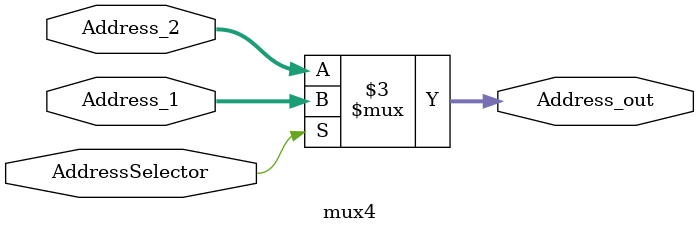
<source format=sv>
module mux4 (
  input logic AddressSelector,
  input logic [31:0] Address_1,
  input logic [31:0] Address_2,
  output logic [31:0] Address_out
);
  
  always @(*)
		if (AddressSelector) Address_out <= Address_1;
		else 		  Address_out <= Address_2;

endmodule
</source>
